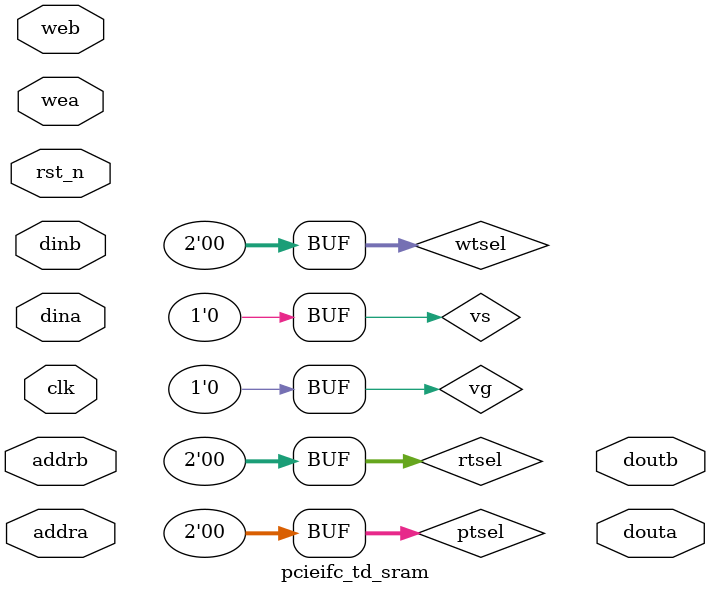
<source format=v>
`timescale 1ns / 100ps

module pcieifc_td_sram #(
    parameter DATAWIDTH  = 8, // Memory data word width
    parameter ADDRWIDTH  = 4, // Number of mem address bits
    parameter DEPTH      = 1 << ADDRWIDTH
) (
    input  wire clk  , // i, 1
    input  wire rst_n, // i, 1

    input  wire                 wea  , // i, 1
    input  wire [ADDRWIDTH-1:0] addra, // i, ADDRWIDTH
    input  wire [DATAWIDTH-1:0] dina , // i, DATAWIDTH
    output wire [DATAWIDTH-1:0] douta, // o, DATAWIDTH

    input  wire                 web  , // i, 1
    input  wire [ADDRWIDTH-1:0] addrb, // i, ADDRWIDTH
    input  wire [DATAWIDTH-1:0] dinb , // i, DATAWIDTH
    output wire [DATAWIDTH-1:0] doutb  // o, DATAWIDTH

`ifdef PCIEI_APB_DBG
    ,input wire  [1:0]  rtsel
    ,input wire  [1:0]  wtsel
    ,input wire  [1:0]  ptsel
    ,input wire         vg   
    ,input wire         vs   
`endif
);

`ifndef PCIEI_APB_DBG

wire  [1:0]  rtsel;
wire  [1:0]  wtsel;
wire  [1:0]  ptsel;
wire         vg   ;
wire         vs   ;

assign rtsel = 2'b0;
assign wtsel = 2'b0;
assign ptsel = 2'b0;
assign vg    = 1'b0;
assign vs    = 1'b0;

`endif

`ifdef FPGA_VERSION
    pciei_tdp_sram_32W_64D pciei_tdp_sram_32W_64D_inst (
      .clka(clk),    // input wire clka
      .ena(1'b1),      // input wire ena
      .wea(wea),      // input wire [0 : 0] wea
      .addra(addra),  // input wire [5 : 0] addra
      .dina(dina),    // input wire [31 : 0] dina
      .douta(douta),  // output wire [31 : 0] douta
      .clkb(clk),    // input wire clkb
      .enb(1'b1),      // input wire enb
      .web(web),      // input wire [0 : 0] web
      .addrb(addrb),  // input wire [5 : 0] addrb
      .dinb(dinb),    // input wire [31 : 0] dinb
      .doutb(doutb)  // output wire [31 : 0] doutb
    );
`else

generate
if (DATAWIDTH == 32 && DEPTH == 64) begin: W32_D64 // PIO, uhddpsram, 1, rdma_int

    TSDN28HPCUHDB64X32M4MR TSDN28HPCUHDB64X32M4MR (
        .RTSEL ( rtsel      ), // input [1:0] RTSEL;
        .WTSEL ( wtsel      ), // input [1:0] WTSEL;
        .PTSEL ( ptsel      ), // input [1:0] PTSEL;
        .FAD0  ( 10'b0      ), // input [9:0] FAD0  
        .FAD1  ( 10'b0      ), // input [9:0] FAD1  
        .REDEN0( 1'b0       ), // input REDEN0
        .REDEN1( 1'b0       ), // input REDEN1
        .AA    ( addra      ), // input [M-1:0] AA;
        .DA    ( dina       ), // input [N-1:0] DA;
        .WEBA  ( ~wea       ), // input WEBA; write channel & read channel
        .CEBA  ( 1'b0       ), // input CEBA; chip enable, low-active
        .CLK   ( clk        ), // input CLK;
        .AB    ( addrb      ), // input [M-1:0] AB;
        .DB    ( dinb       ), // input [N-1:0] DB;
        .WEBB  ( ~web       ), // input WEBB; write channel & read channel
        .CEBB  ( 1'b0       ), // input CEBB; chip enable, low-active
        .QA    ( douta      ), // output [N-1:0] QA;
        .QB    ( doutb      )  // output [N-1:0] QB;
    );
    
end // DATA_WIDTH == 32 && FIFO_DEPTH == 64
endgenerate

`endif
endmodule

</source>
